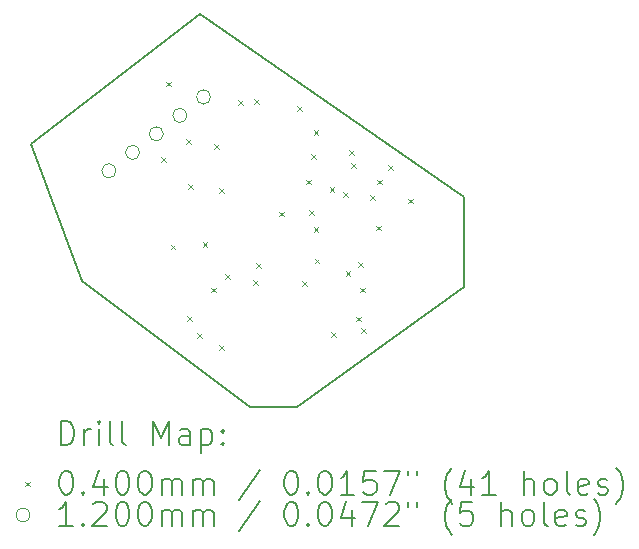
<source format=gbr>
%FSLAX45Y45*%
G04 Gerber Fmt 4.5, Leading zero omitted, Abs format (unit mm)*
G04 Created by KiCad (PCBNEW 6.0.2+dfsg-1) date 2023-01-26 22:51:58*
%MOMM*%
%LPD*%
G01*
G04 APERTURE LIST*
%TA.AperFunction,Profile*%
%ADD10C,0.200000*%
%TD*%
%ADD11C,0.200000*%
%ADD12C,0.040000*%
%ADD13C,0.120000*%
G04 APERTURE END LIST*
D10*
X14800000Y-11326000D02*
X13380000Y-10260000D01*
X14375000Y-8000000D02*
X16615000Y-9550000D01*
X15200000Y-11326000D02*
X14800000Y-11326000D01*
X16615000Y-10310000D02*
X15200000Y-11326000D01*
X12950000Y-9100000D02*
X14375000Y-8000000D01*
X16615000Y-9550000D02*
X16615000Y-10310000D01*
X13380000Y-10260000D02*
X12950000Y-9100000D01*
D11*
D12*
X14050000Y-9210000D02*
X14090000Y-9250000D01*
X14090000Y-9210000D02*
X14050000Y-9250000D01*
X14090000Y-8570000D02*
X14130000Y-8610000D01*
X14130000Y-8570000D02*
X14090000Y-8610000D01*
X14130000Y-9950000D02*
X14170000Y-9990000D01*
X14170000Y-9950000D02*
X14130000Y-9990000D01*
X14260000Y-9060000D02*
X14300000Y-9100000D01*
X14300000Y-9060000D02*
X14260000Y-9100000D01*
X14269304Y-10555979D02*
X14309304Y-10595979D01*
X14309304Y-10555979D02*
X14269304Y-10595979D01*
X14280000Y-9440000D02*
X14320000Y-9480000D01*
X14320000Y-9440000D02*
X14280000Y-9480000D01*
X14354405Y-10701291D02*
X14394405Y-10741291D01*
X14394405Y-10701291D02*
X14354405Y-10741291D01*
X14400000Y-9930000D02*
X14440000Y-9970000D01*
X14440000Y-9930000D02*
X14400000Y-9970000D01*
X14473113Y-10315573D02*
X14513113Y-10355573D01*
X14513113Y-10315573D02*
X14473113Y-10355573D01*
X14500000Y-9100000D02*
X14540000Y-9140000D01*
X14540000Y-9100000D02*
X14500000Y-9140000D01*
X14540000Y-9470000D02*
X14580000Y-9510000D01*
X14580000Y-9470000D02*
X14540000Y-9510000D01*
X14540000Y-10800000D02*
X14580000Y-10840000D01*
X14580000Y-10800000D02*
X14540000Y-10840000D01*
X14590000Y-10197550D02*
X14630000Y-10237550D01*
X14630000Y-10197550D02*
X14590000Y-10237550D01*
X14700000Y-8730000D02*
X14740000Y-8770000D01*
X14740000Y-8730000D02*
X14700000Y-8770000D01*
X14826250Y-10253625D02*
X14866250Y-10293625D01*
X14866250Y-10253625D02*
X14826250Y-10293625D01*
X14839706Y-8718401D02*
X14879706Y-8758401D01*
X14879706Y-8718401D02*
X14839706Y-8758401D01*
X14852226Y-10107098D02*
X14892226Y-10147098D01*
X14892226Y-10107098D02*
X14852226Y-10147098D01*
X15050000Y-9670000D02*
X15090000Y-9710000D01*
X15090000Y-9670000D02*
X15050000Y-9710000D01*
X15201230Y-8778770D02*
X15241230Y-8818770D01*
X15241230Y-8778770D02*
X15201230Y-8818770D01*
X15240450Y-10260450D02*
X15280450Y-10300450D01*
X15280450Y-10260450D02*
X15240450Y-10300450D01*
X15280000Y-9400000D02*
X15320000Y-9440000D01*
X15320000Y-9400000D02*
X15280000Y-9440000D01*
X15300000Y-9660000D02*
X15340000Y-9700000D01*
X15340000Y-9660000D02*
X15300000Y-9700000D01*
X15320000Y-9182450D02*
X15360000Y-9222450D01*
X15360000Y-9182450D02*
X15320000Y-9222450D01*
X15340000Y-8980000D02*
X15380000Y-9020000D01*
X15380000Y-8980000D02*
X15340000Y-9020000D01*
X15340000Y-9800000D02*
X15380000Y-9840000D01*
X15380000Y-9800000D02*
X15340000Y-9840000D01*
X15350000Y-10070000D02*
X15390000Y-10110000D01*
X15390000Y-10070000D02*
X15350000Y-10110000D01*
X15475000Y-9465000D02*
X15515000Y-9505000D01*
X15515000Y-9465000D02*
X15475000Y-9505000D01*
X15490000Y-10690000D02*
X15530000Y-10730000D01*
X15530000Y-10690000D02*
X15490000Y-10730000D01*
X15590000Y-9505000D02*
X15630000Y-9545000D01*
X15630000Y-9505000D02*
X15590000Y-9545000D01*
X15612313Y-10175321D02*
X15652313Y-10215321D01*
X15652313Y-10175321D02*
X15612313Y-10215321D01*
X15640000Y-9150000D02*
X15680000Y-9190000D01*
X15680000Y-9150000D02*
X15640000Y-9190000D01*
X15660000Y-9260000D02*
X15700000Y-9300000D01*
X15700000Y-9260000D02*
X15660000Y-9300000D01*
X15700000Y-10560000D02*
X15740000Y-10600000D01*
X15740000Y-10560000D02*
X15700000Y-10600000D01*
X15720000Y-10100000D02*
X15760000Y-10140000D01*
X15760000Y-10100000D02*
X15720000Y-10140000D01*
X15734624Y-10313541D02*
X15774624Y-10353541D01*
X15774624Y-10313541D02*
X15734624Y-10353541D01*
X15740000Y-10660000D02*
X15780000Y-10700000D01*
X15780000Y-10660000D02*
X15740000Y-10700000D01*
X15820779Y-9531755D02*
X15860779Y-9571755D01*
X15860779Y-9531755D02*
X15820779Y-9571755D01*
X15871230Y-9788770D02*
X15911230Y-9828770D01*
X15911230Y-9788770D02*
X15871230Y-9828770D01*
X15878770Y-9401230D02*
X15918770Y-9441230D01*
X15918770Y-9401230D02*
X15878770Y-9441230D01*
X15970000Y-9280000D02*
X16010000Y-9320000D01*
X16010000Y-9280000D02*
X15970000Y-9320000D01*
X16140000Y-9560000D02*
X16180000Y-9600000D01*
X16180000Y-9560000D02*
X16140000Y-9600000D01*
D13*
X13667381Y-9325512D02*
G75*
G03*
X13667381Y-9325512I-60000J0D01*
G01*
X13867536Y-9169134D02*
G75*
G03*
X13867536Y-9169134I-60000J0D01*
G01*
X14067690Y-9012756D02*
G75*
G03*
X14067690Y-9012756I-60000J0D01*
G01*
X14267845Y-8856378D02*
G75*
G03*
X14267845Y-8856378I-60000J0D01*
G01*
X14468000Y-8700000D02*
G75*
G03*
X14468000Y-8700000I-60000J0D01*
G01*
D11*
X13197619Y-11646476D02*
X13197619Y-11446476D01*
X13245238Y-11446476D01*
X13273809Y-11456000D01*
X13292857Y-11475048D01*
X13302381Y-11494095D01*
X13311905Y-11532190D01*
X13311905Y-11560762D01*
X13302381Y-11598857D01*
X13292857Y-11617905D01*
X13273809Y-11636952D01*
X13245238Y-11646476D01*
X13197619Y-11646476D01*
X13397619Y-11646476D02*
X13397619Y-11513143D01*
X13397619Y-11551238D02*
X13407143Y-11532190D01*
X13416667Y-11522667D01*
X13435714Y-11513143D01*
X13454762Y-11513143D01*
X13521428Y-11646476D02*
X13521428Y-11513143D01*
X13521428Y-11446476D02*
X13511905Y-11456000D01*
X13521428Y-11465524D01*
X13530952Y-11456000D01*
X13521428Y-11446476D01*
X13521428Y-11465524D01*
X13645238Y-11646476D02*
X13626190Y-11636952D01*
X13616667Y-11617905D01*
X13616667Y-11446476D01*
X13750000Y-11646476D02*
X13730952Y-11636952D01*
X13721428Y-11617905D01*
X13721428Y-11446476D01*
X13978571Y-11646476D02*
X13978571Y-11446476D01*
X14045238Y-11589333D01*
X14111905Y-11446476D01*
X14111905Y-11646476D01*
X14292857Y-11646476D02*
X14292857Y-11541714D01*
X14283333Y-11522667D01*
X14264286Y-11513143D01*
X14226190Y-11513143D01*
X14207143Y-11522667D01*
X14292857Y-11636952D02*
X14273809Y-11646476D01*
X14226190Y-11646476D01*
X14207143Y-11636952D01*
X14197619Y-11617905D01*
X14197619Y-11598857D01*
X14207143Y-11579809D01*
X14226190Y-11570286D01*
X14273809Y-11570286D01*
X14292857Y-11560762D01*
X14388095Y-11513143D02*
X14388095Y-11713143D01*
X14388095Y-11522667D02*
X14407143Y-11513143D01*
X14445238Y-11513143D01*
X14464286Y-11522667D01*
X14473809Y-11532190D01*
X14483333Y-11551238D01*
X14483333Y-11608381D01*
X14473809Y-11627428D01*
X14464286Y-11636952D01*
X14445238Y-11646476D01*
X14407143Y-11646476D01*
X14388095Y-11636952D01*
X14569048Y-11627428D02*
X14578571Y-11636952D01*
X14569048Y-11646476D01*
X14559524Y-11636952D01*
X14569048Y-11627428D01*
X14569048Y-11646476D01*
X14569048Y-11522667D02*
X14578571Y-11532190D01*
X14569048Y-11541714D01*
X14559524Y-11532190D01*
X14569048Y-11522667D01*
X14569048Y-11541714D01*
D12*
X12900000Y-11956000D02*
X12940000Y-11996000D01*
X12940000Y-11956000D02*
X12900000Y-11996000D01*
D11*
X13235714Y-11866476D02*
X13254762Y-11866476D01*
X13273809Y-11876000D01*
X13283333Y-11885524D01*
X13292857Y-11904571D01*
X13302381Y-11942667D01*
X13302381Y-11990286D01*
X13292857Y-12028381D01*
X13283333Y-12047428D01*
X13273809Y-12056952D01*
X13254762Y-12066476D01*
X13235714Y-12066476D01*
X13216667Y-12056952D01*
X13207143Y-12047428D01*
X13197619Y-12028381D01*
X13188095Y-11990286D01*
X13188095Y-11942667D01*
X13197619Y-11904571D01*
X13207143Y-11885524D01*
X13216667Y-11876000D01*
X13235714Y-11866476D01*
X13388095Y-12047428D02*
X13397619Y-12056952D01*
X13388095Y-12066476D01*
X13378571Y-12056952D01*
X13388095Y-12047428D01*
X13388095Y-12066476D01*
X13569048Y-11933143D02*
X13569048Y-12066476D01*
X13521428Y-11856952D02*
X13473809Y-11999809D01*
X13597619Y-11999809D01*
X13711905Y-11866476D02*
X13730952Y-11866476D01*
X13750000Y-11876000D01*
X13759524Y-11885524D01*
X13769048Y-11904571D01*
X13778571Y-11942667D01*
X13778571Y-11990286D01*
X13769048Y-12028381D01*
X13759524Y-12047428D01*
X13750000Y-12056952D01*
X13730952Y-12066476D01*
X13711905Y-12066476D01*
X13692857Y-12056952D01*
X13683333Y-12047428D01*
X13673809Y-12028381D01*
X13664286Y-11990286D01*
X13664286Y-11942667D01*
X13673809Y-11904571D01*
X13683333Y-11885524D01*
X13692857Y-11876000D01*
X13711905Y-11866476D01*
X13902381Y-11866476D02*
X13921428Y-11866476D01*
X13940476Y-11876000D01*
X13950000Y-11885524D01*
X13959524Y-11904571D01*
X13969048Y-11942667D01*
X13969048Y-11990286D01*
X13959524Y-12028381D01*
X13950000Y-12047428D01*
X13940476Y-12056952D01*
X13921428Y-12066476D01*
X13902381Y-12066476D01*
X13883333Y-12056952D01*
X13873809Y-12047428D01*
X13864286Y-12028381D01*
X13854762Y-11990286D01*
X13854762Y-11942667D01*
X13864286Y-11904571D01*
X13873809Y-11885524D01*
X13883333Y-11876000D01*
X13902381Y-11866476D01*
X14054762Y-12066476D02*
X14054762Y-11933143D01*
X14054762Y-11952190D02*
X14064286Y-11942667D01*
X14083333Y-11933143D01*
X14111905Y-11933143D01*
X14130952Y-11942667D01*
X14140476Y-11961714D01*
X14140476Y-12066476D01*
X14140476Y-11961714D02*
X14150000Y-11942667D01*
X14169048Y-11933143D01*
X14197619Y-11933143D01*
X14216667Y-11942667D01*
X14226190Y-11961714D01*
X14226190Y-12066476D01*
X14321428Y-12066476D02*
X14321428Y-11933143D01*
X14321428Y-11952190D02*
X14330952Y-11942667D01*
X14350000Y-11933143D01*
X14378571Y-11933143D01*
X14397619Y-11942667D01*
X14407143Y-11961714D01*
X14407143Y-12066476D01*
X14407143Y-11961714D02*
X14416667Y-11942667D01*
X14435714Y-11933143D01*
X14464286Y-11933143D01*
X14483333Y-11942667D01*
X14492857Y-11961714D01*
X14492857Y-12066476D01*
X14883333Y-11856952D02*
X14711905Y-12114095D01*
X15140476Y-11866476D02*
X15159524Y-11866476D01*
X15178571Y-11876000D01*
X15188095Y-11885524D01*
X15197619Y-11904571D01*
X15207143Y-11942667D01*
X15207143Y-11990286D01*
X15197619Y-12028381D01*
X15188095Y-12047428D01*
X15178571Y-12056952D01*
X15159524Y-12066476D01*
X15140476Y-12066476D01*
X15121428Y-12056952D01*
X15111905Y-12047428D01*
X15102381Y-12028381D01*
X15092857Y-11990286D01*
X15092857Y-11942667D01*
X15102381Y-11904571D01*
X15111905Y-11885524D01*
X15121428Y-11876000D01*
X15140476Y-11866476D01*
X15292857Y-12047428D02*
X15302381Y-12056952D01*
X15292857Y-12066476D01*
X15283333Y-12056952D01*
X15292857Y-12047428D01*
X15292857Y-12066476D01*
X15426190Y-11866476D02*
X15445238Y-11866476D01*
X15464286Y-11876000D01*
X15473809Y-11885524D01*
X15483333Y-11904571D01*
X15492857Y-11942667D01*
X15492857Y-11990286D01*
X15483333Y-12028381D01*
X15473809Y-12047428D01*
X15464286Y-12056952D01*
X15445238Y-12066476D01*
X15426190Y-12066476D01*
X15407143Y-12056952D01*
X15397619Y-12047428D01*
X15388095Y-12028381D01*
X15378571Y-11990286D01*
X15378571Y-11942667D01*
X15388095Y-11904571D01*
X15397619Y-11885524D01*
X15407143Y-11876000D01*
X15426190Y-11866476D01*
X15683333Y-12066476D02*
X15569048Y-12066476D01*
X15626190Y-12066476D02*
X15626190Y-11866476D01*
X15607143Y-11895048D01*
X15588095Y-11914095D01*
X15569048Y-11923619D01*
X15864286Y-11866476D02*
X15769048Y-11866476D01*
X15759524Y-11961714D01*
X15769048Y-11952190D01*
X15788095Y-11942667D01*
X15835714Y-11942667D01*
X15854762Y-11952190D01*
X15864286Y-11961714D01*
X15873809Y-11980762D01*
X15873809Y-12028381D01*
X15864286Y-12047428D01*
X15854762Y-12056952D01*
X15835714Y-12066476D01*
X15788095Y-12066476D01*
X15769048Y-12056952D01*
X15759524Y-12047428D01*
X15940476Y-11866476D02*
X16073809Y-11866476D01*
X15988095Y-12066476D01*
X16140476Y-11866476D02*
X16140476Y-11904571D01*
X16216667Y-11866476D02*
X16216667Y-11904571D01*
X16511905Y-12142667D02*
X16502381Y-12133143D01*
X16483333Y-12104571D01*
X16473809Y-12085524D01*
X16464286Y-12056952D01*
X16454762Y-12009333D01*
X16454762Y-11971238D01*
X16464286Y-11923619D01*
X16473809Y-11895048D01*
X16483333Y-11876000D01*
X16502381Y-11847428D01*
X16511905Y-11837905D01*
X16673809Y-11933143D02*
X16673809Y-12066476D01*
X16626190Y-11856952D02*
X16578571Y-11999809D01*
X16702381Y-11999809D01*
X16883333Y-12066476D02*
X16769048Y-12066476D01*
X16826190Y-12066476D02*
X16826190Y-11866476D01*
X16807143Y-11895048D01*
X16788095Y-11914095D01*
X16769048Y-11923619D01*
X17121429Y-12066476D02*
X17121429Y-11866476D01*
X17207143Y-12066476D02*
X17207143Y-11961714D01*
X17197619Y-11942667D01*
X17178571Y-11933143D01*
X17150000Y-11933143D01*
X17130952Y-11942667D01*
X17121429Y-11952190D01*
X17330952Y-12066476D02*
X17311905Y-12056952D01*
X17302381Y-12047428D01*
X17292857Y-12028381D01*
X17292857Y-11971238D01*
X17302381Y-11952190D01*
X17311905Y-11942667D01*
X17330952Y-11933143D01*
X17359524Y-11933143D01*
X17378571Y-11942667D01*
X17388095Y-11952190D01*
X17397619Y-11971238D01*
X17397619Y-12028381D01*
X17388095Y-12047428D01*
X17378571Y-12056952D01*
X17359524Y-12066476D01*
X17330952Y-12066476D01*
X17511905Y-12066476D02*
X17492857Y-12056952D01*
X17483333Y-12037905D01*
X17483333Y-11866476D01*
X17664286Y-12056952D02*
X17645238Y-12066476D01*
X17607143Y-12066476D01*
X17588095Y-12056952D01*
X17578571Y-12037905D01*
X17578571Y-11961714D01*
X17588095Y-11942667D01*
X17607143Y-11933143D01*
X17645238Y-11933143D01*
X17664286Y-11942667D01*
X17673810Y-11961714D01*
X17673810Y-11980762D01*
X17578571Y-11999809D01*
X17750000Y-12056952D02*
X17769048Y-12066476D01*
X17807143Y-12066476D01*
X17826190Y-12056952D01*
X17835714Y-12037905D01*
X17835714Y-12028381D01*
X17826190Y-12009333D01*
X17807143Y-11999809D01*
X17778571Y-11999809D01*
X17759524Y-11990286D01*
X17750000Y-11971238D01*
X17750000Y-11961714D01*
X17759524Y-11942667D01*
X17778571Y-11933143D01*
X17807143Y-11933143D01*
X17826190Y-11942667D01*
X17902381Y-12142667D02*
X17911905Y-12133143D01*
X17930952Y-12104571D01*
X17940476Y-12085524D01*
X17950000Y-12056952D01*
X17959524Y-12009333D01*
X17959524Y-11971238D01*
X17950000Y-11923619D01*
X17940476Y-11895048D01*
X17930952Y-11876000D01*
X17911905Y-11847428D01*
X17902381Y-11837905D01*
D13*
X12940000Y-12240000D02*
G75*
G03*
X12940000Y-12240000I-60000J0D01*
G01*
D11*
X13302381Y-12330476D02*
X13188095Y-12330476D01*
X13245238Y-12330476D02*
X13245238Y-12130476D01*
X13226190Y-12159048D01*
X13207143Y-12178095D01*
X13188095Y-12187619D01*
X13388095Y-12311428D02*
X13397619Y-12320952D01*
X13388095Y-12330476D01*
X13378571Y-12320952D01*
X13388095Y-12311428D01*
X13388095Y-12330476D01*
X13473809Y-12149524D02*
X13483333Y-12140000D01*
X13502381Y-12130476D01*
X13550000Y-12130476D01*
X13569048Y-12140000D01*
X13578571Y-12149524D01*
X13588095Y-12168571D01*
X13588095Y-12187619D01*
X13578571Y-12216190D01*
X13464286Y-12330476D01*
X13588095Y-12330476D01*
X13711905Y-12130476D02*
X13730952Y-12130476D01*
X13750000Y-12140000D01*
X13759524Y-12149524D01*
X13769048Y-12168571D01*
X13778571Y-12206667D01*
X13778571Y-12254286D01*
X13769048Y-12292381D01*
X13759524Y-12311428D01*
X13750000Y-12320952D01*
X13730952Y-12330476D01*
X13711905Y-12330476D01*
X13692857Y-12320952D01*
X13683333Y-12311428D01*
X13673809Y-12292381D01*
X13664286Y-12254286D01*
X13664286Y-12206667D01*
X13673809Y-12168571D01*
X13683333Y-12149524D01*
X13692857Y-12140000D01*
X13711905Y-12130476D01*
X13902381Y-12130476D02*
X13921428Y-12130476D01*
X13940476Y-12140000D01*
X13950000Y-12149524D01*
X13959524Y-12168571D01*
X13969048Y-12206667D01*
X13969048Y-12254286D01*
X13959524Y-12292381D01*
X13950000Y-12311428D01*
X13940476Y-12320952D01*
X13921428Y-12330476D01*
X13902381Y-12330476D01*
X13883333Y-12320952D01*
X13873809Y-12311428D01*
X13864286Y-12292381D01*
X13854762Y-12254286D01*
X13854762Y-12206667D01*
X13864286Y-12168571D01*
X13873809Y-12149524D01*
X13883333Y-12140000D01*
X13902381Y-12130476D01*
X14054762Y-12330476D02*
X14054762Y-12197143D01*
X14054762Y-12216190D02*
X14064286Y-12206667D01*
X14083333Y-12197143D01*
X14111905Y-12197143D01*
X14130952Y-12206667D01*
X14140476Y-12225714D01*
X14140476Y-12330476D01*
X14140476Y-12225714D02*
X14150000Y-12206667D01*
X14169048Y-12197143D01*
X14197619Y-12197143D01*
X14216667Y-12206667D01*
X14226190Y-12225714D01*
X14226190Y-12330476D01*
X14321428Y-12330476D02*
X14321428Y-12197143D01*
X14321428Y-12216190D02*
X14330952Y-12206667D01*
X14350000Y-12197143D01*
X14378571Y-12197143D01*
X14397619Y-12206667D01*
X14407143Y-12225714D01*
X14407143Y-12330476D01*
X14407143Y-12225714D02*
X14416667Y-12206667D01*
X14435714Y-12197143D01*
X14464286Y-12197143D01*
X14483333Y-12206667D01*
X14492857Y-12225714D01*
X14492857Y-12330476D01*
X14883333Y-12120952D02*
X14711905Y-12378095D01*
X15140476Y-12130476D02*
X15159524Y-12130476D01*
X15178571Y-12140000D01*
X15188095Y-12149524D01*
X15197619Y-12168571D01*
X15207143Y-12206667D01*
X15207143Y-12254286D01*
X15197619Y-12292381D01*
X15188095Y-12311428D01*
X15178571Y-12320952D01*
X15159524Y-12330476D01*
X15140476Y-12330476D01*
X15121428Y-12320952D01*
X15111905Y-12311428D01*
X15102381Y-12292381D01*
X15092857Y-12254286D01*
X15092857Y-12206667D01*
X15102381Y-12168571D01*
X15111905Y-12149524D01*
X15121428Y-12140000D01*
X15140476Y-12130476D01*
X15292857Y-12311428D02*
X15302381Y-12320952D01*
X15292857Y-12330476D01*
X15283333Y-12320952D01*
X15292857Y-12311428D01*
X15292857Y-12330476D01*
X15426190Y-12130476D02*
X15445238Y-12130476D01*
X15464286Y-12140000D01*
X15473809Y-12149524D01*
X15483333Y-12168571D01*
X15492857Y-12206667D01*
X15492857Y-12254286D01*
X15483333Y-12292381D01*
X15473809Y-12311428D01*
X15464286Y-12320952D01*
X15445238Y-12330476D01*
X15426190Y-12330476D01*
X15407143Y-12320952D01*
X15397619Y-12311428D01*
X15388095Y-12292381D01*
X15378571Y-12254286D01*
X15378571Y-12206667D01*
X15388095Y-12168571D01*
X15397619Y-12149524D01*
X15407143Y-12140000D01*
X15426190Y-12130476D01*
X15664286Y-12197143D02*
X15664286Y-12330476D01*
X15616667Y-12120952D02*
X15569048Y-12263809D01*
X15692857Y-12263809D01*
X15750000Y-12130476D02*
X15883333Y-12130476D01*
X15797619Y-12330476D01*
X15950000Y-12149524D02*
X15959524Y-12140000D01*
X15978571Y-12130476D01*
X16026190Y-12130476D01*
X16045238Y-12140000D01*
X16054762Y-12149524D01*
X16064286Y-12168571D01*
X16064286Y-12187619D01*
X16054762Y-12216190D01*
X15940476Y-12330476D01*
X16064286Y-12330476D01*
X16140476Y-12130476D02*
X16140476Y-12168571D01*
X16216667Y-12130476D02*
X16216667Y-12168571D01*
X16511905Y-12406667D02*
X16502381Y-12397143D01*
X16483333Y-12368571D01*
X16473809Y-12349524D01*
X16464286Y-12320952D01*
X16454762Y-12273333D01*
X16454762Y-12235238D01*
X16464286Y-12187619D01*
X16473809Y-12159048D01*
X16483333Y-12140000D01*
X16502381Y-12111428D01*
X16511905Y-12101905D01*
X16683333Y-12130476D02*
X16588095Y-12130476D01*
X16578571Y-12225714D01*
X16588095Y-12216190D01*
X16607143Y-12206667D01*
X16654762Y-12206667D01*
X16673809Y-12216190D01*
X16683333Y-12225714D01*
X16692857Y-12244762D01*
X16692857Y-12292381D01*
X16683333Y-12311428D01*
X16673809Y-12320952D01*
X16654762Y-12330476D01*
X16607143Y-12330476D01*
X16588095Y-12320952D01*
X16578571Y-12311428D01*
X16930952Y-12330476D02*
X16930952Y-12130476D01*
X17016667Y-12330476D02*
X17016667Y-12225714D01*
X17007143Y-12206667D01*
X16988095Y-12197143D01*
X16959524Y-12197143D01*
X16940476Y-12206667D01*
X16930952Y-12216190D01*
X17140476Y-12330476D02*
X17121429Y-12320952D01*
X17111905Y-12311428D01*
X17102381Y-12292381D01*
X17102381Y-12235238D01*
X17111905Y-12216190D01*
X17121429Y-12206667D01*
X17140476Y-12197143D01*
X17169048Y-12197143D01*
X17188095Y-12206667D01*
X17197619Y-12216190D01*
X17207143Y-12235238D01*
X17207143Y-12292381D01*
X17197619Y-12311428D01*
X17188095Y-12320952D01*
X17169048Y-12330476D01*
X17140476Y-12330476D01*
X17321429Y-12330476D02*
X17302381Y-12320952D01*
X17292857Y-12301905D01*
X17292857Y-12130476D01*
X17473810Y-12320952D02*
X17454762Y-12330476D01*
X17416667Y-12330476D01*
X17397619Y-12320952D01*
X17388095Y-12301905D01*
X17388095Y-12225714D01*
X17397619Y-12206667D01*
X17416667Y-12197143D01*
X17454762Y-12197143D01*
X17473810Y-12206667D01*
X17483333Y-12225714D01*
X17483333Y-12244762D01*
X17388095Y-12263809D01*
X17559524Y-12320952D02*
X17578571Y-12330476D01*
X17616667Y-12330476D01*
X17635714Y-12320952D01*
X17645238Y-12301905D01*
X17645238Y-12292381D01*
X17635714Y-12273333D01*
X17616667Y-12263809D01*
X17588095Y-12263809D01*
X17569048Y-12254286D01*
X17559524Y-12235238D01*
X17559524Y-12225714D01*
X17569048Y-12206667D01*
X17588095Y-12197143D01*
X17616667Y-12197143D01*
X17635714Y-12206667D01*
X17711905Y-12406667D02*
X17721429Y-12397143D01*
X17740476Y-12368571D01*
X17750000Y-12349524D01*
X17759524Y-12320952D01*
X17769048Y-12273333D01*
X17769048Y-12235238D01*
X17759524Y-12187619D01*
X17750000Y-12159048D01*
X17740476Y-12140000D01*
X17721429Y-12111428D01*
X17711905Y-12101905D01*
M02*

</source>
